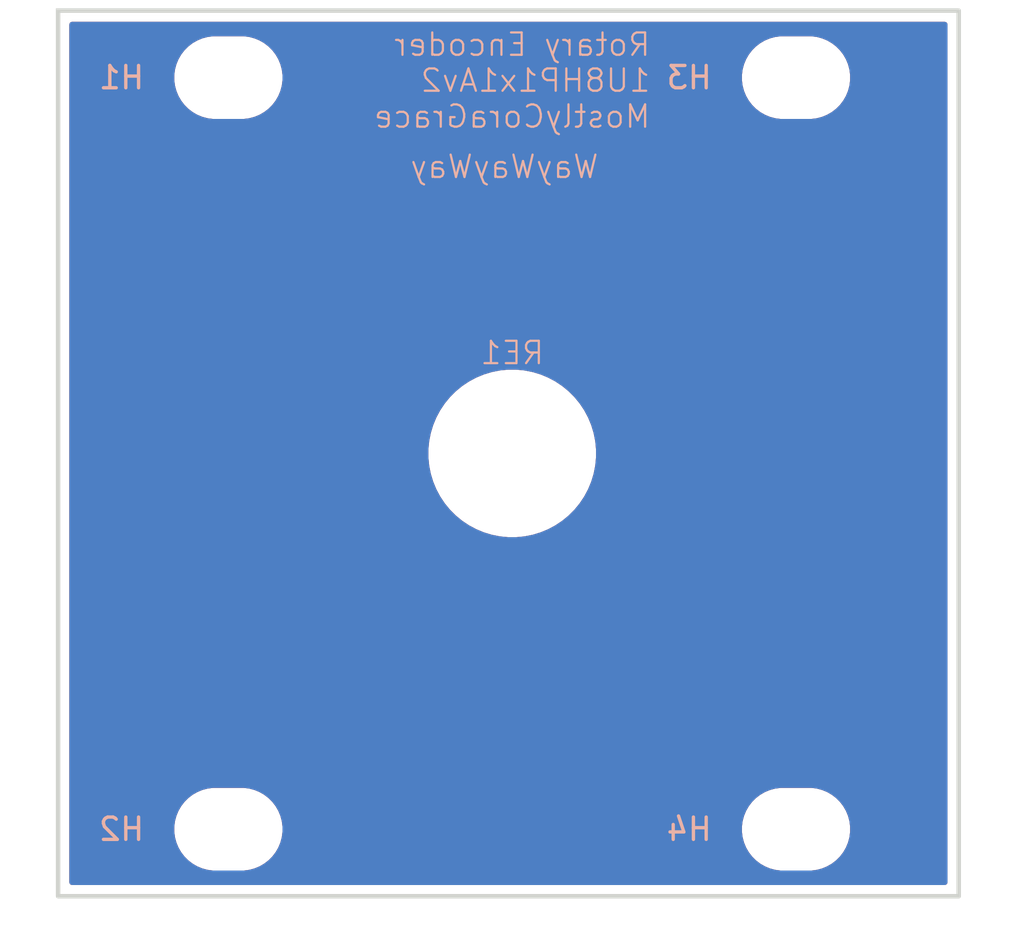
<source format=kicad_pcb>
(kicad_pcb (version 20241229) (generator "pcbnew") (generator_version "9.0")
  (layers (0 "F.Cu" signal) (2 "B.Cu" signal) (13 "F.Paste" user) (15 "B.Paste" user) (5 "F.SilkS" user "F.Silkscreen") (7 "B.SilkS" user "B.Silkscreen") (1 "F.Mask" user) (3 "B.Mask" user) (25 "Edge.Cuts" user))
  (net 0 "")
  (footprint "EXC:Rotary_Encoder_Mount_M7" (layer "F.Cu") (at 20.32 22.25)
    (property "Reference" "RE1" (at 0 -4.5 0) (layer "B.SilkS") (effects (font (thickness 0.1)) (justify mirror)))
    (property "Value" "Rotary Encoder panel mount")
    (pad "" np_thru_hole circle (at 0 0) (size 7 7) (drill 7) (layers "*.Cu" "*.Mask"))
  )
  (footprint "EXC:MountingHole_3.2mm_M3" (layer "F.Cu") (at 33.02 39.075)
    (property "Reference" "H4" (at -3.683 0 0) (layer "B.SilkS") (effects (justify left mirror)))
    (property "Value" "Eurorack_M3_MountingHole")
    (pad "" np_thru_hole oval (at 0 0) (size 4.34 3.2) (drill oval 4.34 3.2) (layers "*.Cu" "*.Mask"))
  )
  (footprint "EXC:MountingHole_3.2mm_M3" (layer "F.Cu") (at 7.62 5.425)
    (property "Reference" "H1" (at -3.683 0 0) (layer "B.SilkS") (effects (justify left mirror)))
    (property "Value" "Eurorack_M3_MountingHole")
    (pad "" np_thru_hole oval (at 0 0) (size 4.34 3.2) (drill oval 4.34 3.2) (layers "*.Cu" "*.Mask"))
  )
  (footprint "EXC:MountingHole_3.2mm_M3" (layer "F.Cu") (at 33.02 5.425)
    (property "Reference" "H3" (at -3.683 0 0) (layer "B.SilkS") (effects (justify left mirror)))
    (property "Value" "Eurorack_M3_MountingHole")
    (pad "" np_thru_hole oval (at 0 0) (size 4.34 3.2) (drill oval 4.34 3.2) (layers "*.Cu" "*.Mask"))
  )
  (footprint "EXC:MountingHole_3.2mm_M3" (layer "F.Cu") (at 7.62 39.075)
    (property "Reference" "H2" (at -3.683 0 0) (layer "B.SilkS") (effects (justify left mirror)))
    (property "Value" "Eurorack_M3_MountingHole")
    (pad "" np_thru_hole oval (at 0 0) (size 4.34 3.2) (drill oval 4.34 3.2) (layers "*.Cu" "*.Mask"))
  )
  (gr_rect (start 0 2.425) (end 40.3 42.075) (stroke (width 0.2)) (fill no) (layer "Edge.Cuts"))
  (gr_text "WayWayWay" (at 24.25 10 0) (layer "B.SilkS") (effects (font (size 1 1) (thickness 0.1)) (justify left bottom mirror)))
  (gr_text "Rotary Encoder\n1U8HP1x1Av2\nMostlyCoraGrace" (at 26.57 7.75 0) (layer "B.SilkS") (effects (font (size 1 1) (thickness 0.1)) (justify left bottom mirror)))
  (zone (net 0) (net_name "") (layers "F.Cu" "B.Cu") (connect_pads (clearance 0.5)) (min_thickness 0.25) (fill yes (thermal_gap 0.5) (thermal_bridge_width 0.5) (island_removal_mode 1) (island_area_min 10))
    (polygon (pts (xy 0 2.425) (xy 40.3 2.425) (xy 40.3 42.075) (xy 0 42.075)))
  )
)
</source>
